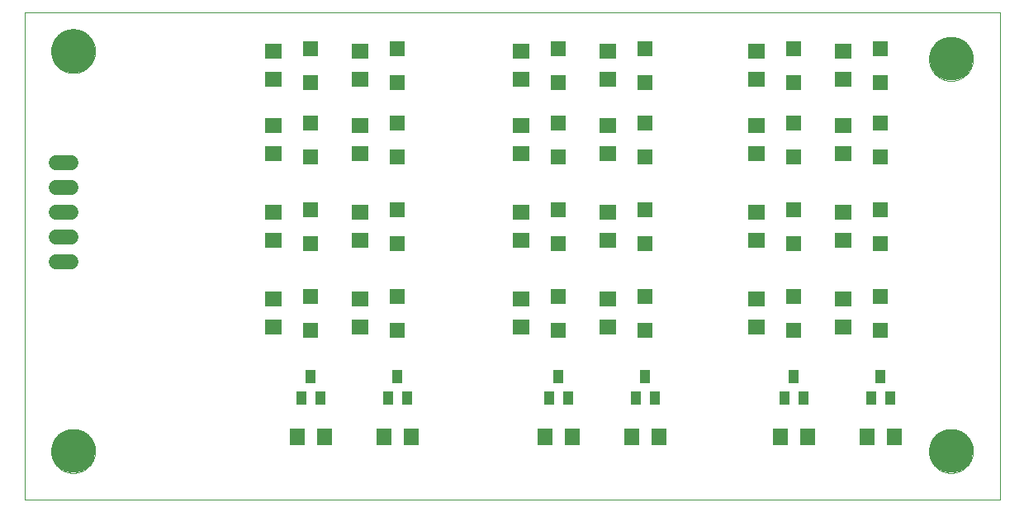
<source format=gts>
G75*
%MOIN*%
%OFA0B0*%
%FSLAX25Y25*%
%IPPOS*%
%LPD*%
%AMOC8*
5,1,8,0,0,1.08239X$1,22.5*
%
%ADD10C,0.00000*%
%ADD11C,0.17717*%
%ADD12C,0.06000*%
%ADD13R,0.05906X0.05906*%
%ADD14R,0.07098X0.06299*%
%ADD15R,0.06299X0.07098*%
%ADD16R,0.03937X0.05512*%
D10*
X0001000Y0001000D02*
X0001000Y0197850D01*
X0394701Y0197850D01*
X0394701Y0001000D01*
X0001000Y0001000D01*
X0011827Y0020685D02*
X0011830Y0020902D01*
X0011838Y0021120D01*
X0011851Y0021337D01*
X0011870Y0021553D01*
X0011894Y0021769D01*
X0011923Y0021985D01*
X0011957Y0022199D01*
X0011997Y0022413D01*
X0012042Y0022626D01*
X0012092Y0022837D01*
X0012148Y0023048D01*
X0012208Y0023256D01*
X0012274Y0023464D01*
X0012345Y0023669D01*
X0012421Y0023873D01*
X0012501Y0024075D01*
X0012587Y0024275D01*
X0012677Y0024472D01*
X0012773Y0024668D01*
X0012873Y0024861D01*
X0012978Y0025051D01*
X0013087Y0025239D01*
X0013201Y0025424D01*
X0013320Y0025606D01*
X0013443Y0025786D01*
X0013570Y0025962D01*
X0013702Y0026135D01*
X0013838Y0026304D01*
X0013978Y0026471D01*
X0014122Y0026634D01*
X0014270Y0026793D01*
X0014421Y0026949D01*
X0014577Y0027100D01*
X0014736Y0027248D01*
X0014899Y0027392D01*
X0015066Y0027532D01*
X0015235Y0027668D01*
X0015408Y0027800D01*
X0015584Y0027927D01*
X0015764Y0028050D01*
X0015946Y0028169D01*
X0016131Y0028283D01*
X0016319Y0028392D01*
X0016509Y0028497D01*
X0016702Y0028597D01*
X0016898Y0028693D01*
X0017095Y0028783D01*
X0017295Y0028869D01*
X0017497Y0028949D01*
X0017701Y0029025D01*
X0017906Y0029096D01*
X0018114Y0029162D01*
X0018322Y0029222D01*
X0018533Y0029278D01*
X0018744Y0029328D01*
X0018957Y0029373D01*
X0019171Y0029413D01*
X0019385Y0029447D01*
X0019601Y0029476D01*
X0019817Y0029500D01*
X0020033Y0029519D01*
X0020250Y0029532D01*
X0020468Y0029540D01*
X0020685Y0029543D01*
X0020902Y0029540D01*
X0021120Y0029532D01*
X0021337Y0029519D01*
X0021553Y0029500D01*
X0021769Y0029476D01*
X0021985Y0029447D01*
X0022199Y0029413D01*
X0022413Y0029373D01*
X0022626Y0029328D01*
X0022837Y0029278D01*
X0023048Y0029222D01*
X0023256Y0029162D01*
X0023464Y0029096D01*
X0023669Y0029025D01*
X0023873Y0028949D01*
X0024075Y0028869D01*
X0024275Y0028783D01*
X0024472Y0028693D01*
X0024668Y0028597D01*
X0024861Y0028497D01*
X0025051Y0028392D01*
X0025239Y0028283D01*
X0025424Y0028169D01*
X0025606Y0028050D01*
X0025786Y0027927D01*
X0025962Y0027800D01*
X0026135Y0027668D01*
X0026304Y0027532D01*
X0026471Y0027392D01*
X0026634Y0027248D01*
X0026793Y0027100D01*
X0026949Y0026949D01*
X0027100Y0026793D01*
X0027248Y0026634D01*
X0027392Y0026471D01*
X0027532Y0026304D01*
X0027668Y0026135D01*
X0027800Y0025962D01*
X0027927Y0025786D01*
X0028050Y0025606D01*
X0028169Y0025424D01*
X0028283Y0025239D01*
X0028392Y0025051D01*
X0028497Y0024861D01*
X0028597Y0024668D01*
X0028693Y0024472D01*
X0028783Y0024275D01*
X0028869Y0024075D01*
X0028949Y0023873D01*
X0029025Y0023669D01*
X0029096Y0023464D01*
X0029162Y0023256D01*
X0029222Y0023048D01*
X0029278Y0022837D01*
X0029328Y0022626D01*
X0029373Y0022413D01*
X0029413Y0022199D01*
X0029447Y0021985D01*
X0029476Y0021769D01*
X0029500Y0021553D01*
X0029519Y0021337D01*
X0029532Y0021120D01*
X0029540Y0020902D01*
X0029543Y0020685D01*
X0029540Y0020468D01*
X0029532Y0020250D01*
X0029519Y0020033D01*
X0029500Y0019817D01*
X0029476Y0019601D01*
X0029447Y0019385D01*
X0029413Y0019171D01*
X0029373Y0018957D01*
X0029328Y0018744D01*
X0029278Y0018533D01*
X0029222Y0018322D01*
X0029162Y0018114D01*
X0029096Y0017906D01*
X0029025Y0017701D01*
X0028949Y0017497D01*
X0028869Y0017295D01*
X0028783Y0017095D01*
X0028693Y0016898D01*
X0028597Y0016702D01*
X0028497Y0016509D01*
X0028392Y0016319D01*
X0028283Y0016131D01*
X0028169Y0015946D01*
X0028050Y0015764D01*
X0027927Y0015584D01*
X0027800Y0015408D01*
X0027668Y0015235D01*
X0027532Y0015066D01*
X0027392Y0014899D01*
X0027248Y0014736D01*
X0027100Y0014577D01*
X0026949Y0014421D01*
X0026793Y0014270D01*
X0026634Y0014122D01*
X0026471Y0013978D01*
X0026304Y0013838D01*
X0026135Y0013702D01*
X0025962Y0013570D01*
X0025786Y0013443D01*
X0025606Y0013320D01*
X0025424Y0013201D01*
X0025239Y0013087D01*
X0025051Y0012978D01*
X0024861Y0012873D01*
X0024668Y0012773D01*
X0024472Y0012677D01*
X0024275Y0012587D01*
X0024075Y0012501D01*
X0023873Y0012421D01*
X0023669Y0012345D01*
X0023464Y0012274D01*
X0023256Y0012208D01*
X0023048Y0012148D01*
X0022837Y0012092D01*
X0022626Y0012042D01*
X0022413Y0011997D01*
X0022199Y0011957D01*
X0021985Y0011923D01*
X0021769Y0011894D01*
X0021553Y0011870D01*
X0021337Y0011851D01*
X0021120Y0011838D01*
X0020902Y0011830D01*
X0020685Y0011827D01*
X0020468Y0011830D01*
X0020250Y0011838D01*
X0020033Y0011851D01*
X0019817Y0011870D01*
X0019601Y0011894D01*
X0019385Y0011923D01*
X0019171Y0011957D01*
X0018957Y0011997D01*
X0018744Y0012042D01*
X0018533Y0012092D01*
X0018322Y0012148D01*
X0018114Y0012208D01*
X0017906Y0012274D01*
X0017701Y0012345D01*
X0017497Y0012421D01*
X0017295Y0012501D01*
X0017095Y0012587D01*
X0016898Y0012677D01*
X0016702Y0012773D01*
X0016509Y0012873D01*
X0016319Y0012978D01*
X0016131Y0013087D01*
X0015946Y0013201D01*
X0015764Y0013320D01*
X0015584Y0013443D01*
X0015408Y0013570D01*
X0015235Y0013702D01*
X0015066Y0013838D01*
X0014899Y0013978D01*
X0014736Y0014122D01*
X0014577Y0014270D01*
X0014421Y0014421D01*
X0014270Y0014577D01*
X0014122Y0014736D01*
X0013978Y0014899D01*
X0013838Y0015066D01*
X0013702Y0015235D01*
X0013570Y0015408D01*
X0013443Y0015584D01*
X0013320Y0015764D01*
X0013201Y0015946D01*
X0013087Y0016131D01*
X0012978Y0016319D01*
X0012873Y0016509D01*
X0012773Y0016702D01*
X0012677Y0016898D01*
X0012587Y0017095D01*
X0012501Y0017295D01*
X0012421Y0017497D01*
X0012345Y0017701D01*
X0012274Y0017906D01*
X0012208Y0018114D01*
X0012148Y0018322D01*
X0012092Y0018533D01*
X0012042Y0018744D01*
X0011997Y0018957D01*
X0011957Y0019171D01*
X0011923Y0019385D01*
X0011894Y0019601D01*
X0011870Y0019817D01*
X0011851Y0020033D01*
X0011838Y0020250D01*
X0011830Y0020468D01*
X0011827Y0020685D01*
X0011827Y0182102D02*
X0011830Y0182319D01*
X0011838Y0182537D01*
X0011851Y0182754D01*
X0011870Y0182970D01*
X0011894Y0183186D01*
X0011923Y0183402D01*
X0011957Y0183616D01*
X0011997Y0183830D01*
X0012042Y0184043D01*
X0012092Y0184254D01*
X0012148Y0184465D01*
X0012208Y0184673D01*
X0012274Y0184881D01*
X0012345Y0185086D01*
X0012421Y0185290D01*
X0012501Y0185492D01*
X0012587Y0185692D01*
X0012677Y0185889D01*
X0012773Y0186085D01*
X0012873Y0186278D01*
X0012978Y0186468D01*
X0013087Y0186656D01*
X0013201Y0186841D01*
X0013320Y0187023D01*
X0013443Y0187203D01*
X0013570Y0187379D01*
X0013702Y0187552D01*
X0013838Y0187721D01*
X0013978Y0187888D01*
X0014122Y0188051D01*
X0014270Y0188210D01*
X0014421Y0188366D01*
X0014577Y0188517D01*
X0014736Y0188665D01*
X0014899Y0188809D01*
X0015066Y0188949D01*
X0015235Y0189085D01*
X0015408Y0189217D01*
X0015584Y0189344D01*
X0015764Y0189467D01*
X0015946Y0189586D01*
X0016131Y0189700D01*
X0016319Y0189809D01*
X0016509Y0189914D01*
X0016702Y0190014D01*
X0016898Y0190110D01*
X0017095Y0190200D01*
X0017295Y0190286D01*
X0017497Y0190366D01*
X0017701Y0190442D01*
X0017906Y0190513D01*
X0018114Y0190579D01*
X0018322Y0190639D01*
X0018533Y0190695D01*
X0018744Y0190745D01*
X0018957Y0190790D01*
X0019171Y0190830D01*
X0019385Y0190864D01*
X0019601Y0190893D01*
X0019817Y0190917D01*
X0020033Y0190936D01*
X0020250Y0190949D01*
X0020468Y0190957D01*
X0020685Y0190960D01*
X0020902Y0190957D01*
X0021120Y0190949D01*
X0021337Y0190936D01*
X0021553Y0190917D01*
X0021769Y0190893D01*
X0021985Y0190864D01*
X0022199Y0190830D01*
X0022413Y0190790D01*
X0022626Y0190745D01*
X0022837Y0190695D01*
X0023048Y0190639D01*
X0023256Y0190579D01*
X0023464Y0190513D01*
X0023669Y0190442D01*
X0023873Y0190366D01*
X0024075Y0190286D01*
X0024275Y0190200D01*
X0024472Y0190110D01*
X0024668Y0190014D01*
X0024861Y0189914D01*
X0025051Y0189809D01*
X0025239Y0189700D01*
X0025424Y0189586D01*
X0025606Y0189467D01*
X0025786Y0189344D01*
X0025962Y0189217D01*
X0026135Y0189085D01*
X0026304Y0188949D01*
X0026471Y0188809D01*
X0026634Y0188665D01*
X0026793Y0188517D01*
X0026949Y0188366D01*
X0027100Y0188210D01*
X0027248Y0188051D01*
X0027392Y0187888D01*
X0027532Y0187721D01*
X0027668Y0187552D01*
X0027800Y0187379D01*
X0027927Y0187203D01*
X0028050Y0187023D01*
X0028169Y0186841D01*
X0028283Y0186656D01*
X0028392Y0186468D01*
X0028497Y0186278D01*
X0028597Y0186085D01*
X0028693Y0185889D01*
X0028783Y0185692D01*
X0028869Y0185492D01*
X0028949Y0185290D01*
X0029025Y0185086D01*
X0029096Y0184881D01*
X0029162Y0184673D01*
X0029222Y0184465D01*
X0029278Y0184254D01*
X0029328Y0184043D01*
X0029373Y0183830D01*
X0029413Y0183616D01*
X0029447Y0183402D01*
X0029476Y0183186D01*
X0029500Y0182970D01*
X0029519Y0182754D01*
X0029532Y0182537D01*
X0029540Y0182319D01*
X0029543Y0182102D01*
X0029540Y0181885D01*
X0029532Y0181667D01*
X0029519Y0181450D01*
X0029500Y0181234D01*
X0029476Y0181018D01*
X0029447Y0180802D01*
X0029413Y0180588D01*
X0029373Y0180374D01*
X0029328Y0180161D01*
X0029278Y0179950D01*
X0029222Y0179739D01*
X0029162Y0179531D01*
X0029096Y0179323D01*
X0029025Y0179118D01*
X0028949Y0178914D01*
X0028869Y0178712D01*
X0028783Y0178512D01*
X0028693Y0178315D01*
X0028597Y0178119D01*
X0028497Y0177926D01*
X0028392Y0177736D01*
X0028283Y0177548D01*
X0028169Y0177363D01*
X0028050Y0177181D01*
X0027927Y0177001D01*
X0027800Y0176825D01*
X0027668Y0176652D01*
X0027532Y0176483D01*
X0027392Y0176316D01*
X0027248Y0176153D01*
X0027100Y0175994D01*
X0026949Y0175838D01*
X0026793Y0175687D01*
X0026634Y0175539D01*
X0026471Y0175395D01*
X0026304Y0175255D01*
X0026135Y0175119D01*
X0025962Y0174987D01*
X0025786Y0174860D01*
X0025606Y0174737D01*
X0025424Y0174618D01*
X0025239Y0174504D01*
X0025051Y0174395D01*
X0024861Y0174290D01*
X0024668Y0174190D01*
X0024472Y0174094D01*
X0024275Y0174004D01*
X0024075Y0173918D01*
X0023873Y0173838D01*
X0023669Y0173762D01*
X0023464Y0173691D01*
X0023256Y0173625D01*
X0023048Y0173565D01*
X0022837Y0173509D01*
X0022626Y0173459D01*
X0022413Y0173414D01*
X0022199Y0173374D01*
X0021985Y0173340D01*
X0021769Y0173311D01*
X0021553Y0173287D01*
X0021337Y0173268D01*
X0021120Y0173255D01*
X0020902Y0173247D01*
X0020685Y0173244D01*
X0020468Y0173247D01*
X0020250Y0173255D01*
X0020033Y0173268D01*
X0019817Y0173287D01*
X0019601Y0173311D01*
X0019385Y0173340D01*
X0019171Y0173374D01*
X0018957Y0173414D01*
X0018744Y0173459D01*
X0018533Y0173509D01*
X0018322Y0173565D01*
X0018114Y0173625D01*
X0017906Y0173691D01*
X0017701Y0173762D01*
X0017497Y0173838D01*
X0017295Y0173918D01*
X0017095Y0174004D01*
X0016898Y0174094D01*
X0016702Y0174190D01*
X0016509Y0174290D01*
X0016319Y0174395D01*
X0016131Y0174504D01*
X0015946Y0174618D01*
X0015764Y0174737D01*
X0015584Y0174860D01*
X0015408Y0174987D01*
X0015235Y0175119D01*
X0015066Y0175255D01*
X0014899Y0175395D01*
X0014736Y0175539D01*
X0014577Y0175687D01*
X0014421Y0175838D01*
X0014270Y0175994D01*
X0014122Y0176153D01*
X0013978Y0176316D01*
X0013838Y0176483D01*
X0013702Y0176652D01*
X0013570Y0176825D01*
X0013443Y0177001D01*
X0013320Y0177181D01*
X0013201Y0177363D01*
X0013087Y0177548D01*
X0012978Y0177736D01*
X0012873Y0177926D01*
X0012773Y0178119D01*
X0012677Y0178315D01*
X0012587Y0178512D01*
X0012501Y0178712D01*
X0012421Y0178914D01*
X0012345Y0179118D01*
X0012274Y0179323D01*
X0012208Y0179531D01*
X0012148Y0179739D01*
X0012092Y0179950D01*
X0012042Y0180161D01*
X0011997Y0180374D01*
X0011957Y0180588D01*
X0011923Y0180802D01*
X0011894Y0181018D01*
X0011870Y0181234D01*
X0011851Y0181450D01*
X0011838Y0181667D01*
X0011830Y0181885D01*
X0011827Y0182102D01*
X0366158Y0178953D02*
X0366161Y0179170D01*
X0366169Y0179388D01*
X0366182Y0179605D01*
X0366201Y0179821D01*
X0366225Y0180037D01*
X0366254Y0180253D01*
X0366288Y0180467D01*
X0366328Y0180681D01*
X0366373Y0180894D01*
X0366423Y0181105D01*
X0366479Y0181316D01*
X0366539Y0181524D01*
X0366605Y0181732D01*
X0366676Y0181937D01*
X0366752Y0182141D01*
X0366832Y0182343D01*
X0366918Y0182543D01*
X0367008Y0182740D01*
X0367104Y0182936D01*
X0367204Y0183129D01*
X0367309Y0183319D01*
X0367418Y0183507D01*
X0367532Y0183692D01*
X0367651Y0183874D01*
X0367774Y0184054D01*
X0367901Y0184230D01*
X0368033Y0184403D01*
X0368169Y0184572D01*
X0368309Y0184739D01*
X0368453Y0184902D01*
X0368601Y0185061D01*
X0368752Y0185217D01*
X0368908Y0185368D01*
X0369067Y0185516D01*
X0369230Y0185660D01*
X0369397Y0185800D01*
X0369566Y0185936D01*
X0369739Y0186068D01*
X0369915Y0186195D01*
X0370095Y0186318D01*
X0370277Y0186437D01*
X0370462Y0186551D01*
X0370650Y0186660D01*
X0370840Y0186765D01*
X0371033Y0186865D01*
X0371229Y0186961D01*
X0371426Y0187051D01*
X0371626Y0187137D01*
X0371828Y0187217D01*
X0372032Y0187293D01*
X0372237Y0187364D01*
X0372445Y0187430D01*
X0372653Y0187490D01*
X0372864Y0187546D01*
X0373075Y0187596D01*
X0373288Y0187641D01*
X0373502Y0187681D01*
X0373716Y0187715D01*
X0373932Y0187744D01*
X0374148Y0187768D01*
X0374364Y0187787D01*
X0374581Y0187800D01*
X0374799Y0187808D01*
X0375016Y0187811D01*
X0375233Y0187808D01*
X0375451Y0187800D01*
X0375668Y0187787D01*
X0375884Y0187768D01*
X0376100Y0187744D01*
X0376316Y0187715D01*
X0376530Y0187681D01*
X0376744Y0187641D01*
X0376957Y0187596D01*
X0377168Y0187546D01*
X0377379Y0187490D01*
X0377587Y0187430D01*
X0377795Y0187364D01*
X0378000Y0187293D01*
X0378204Y0187217D01*
X0378406Y0187137D01*
X0378606Y0187051D01*
X0378803Y0186961D01*
X0378999Y0186865D01*
X0379192Y0186765D01*
X0379382Y0186660D01*
X0379570Y0186551D01*
X0379755Y0186437D01*
X0379937Y0186318D01*
X0380117Y0186195D01*
X0380293Y0186068D01*
X0380466Y0185936D01*
X0380635Y0185800D01*
X0380802Y0185660D01*
X0380965Y0185516D01*
X0381124Y0185368D01*
X0381280Y0185217D01*
X0381431Y0185061D01*
X0381579Y0184902D01*
X0381723Y0184739D01*
X0381863Y0184572D01*
X0381999Y0184403D01*
X0382131Y0184230D01*
X0382258Y0184054D01*
X0382381Y0183874D01*
X0382500Y0183692D01*
X0382614Y0183507D01*
X0382723Y0183319D01*
X0382828Y0183129D01*
X0382928Y0182936D01*
X0383024Y0182740D01*
X0383114Y0182543D01*
X0383200Y0182343D01*
X0383280Y0182141D01*
X0383356Y0181937D01*
X0383427Y0181732D01*
X0383493Y0181524D01*
X0383553Y0181316D01*
X0383609Y0181105D01*
X0383659Y0180894D01*
X0383704Y0180681D01*
X0383744Y0180467D01*
X0383778Y0180253D01*
X0383807Y0180037D01*
X0383831Y0179821D01*
X0383850Y0179605D01*
X0383863Y0179388D01*
X0383871Y0179170D01*
X0383874Y0178953D01*
X0383871Y0178736D01*
X0383863Y0178518D01*
X0383850Y0178301D01*
X0383831Y0178085D01*
X0383807Y0177869D01*
X0383778Y0177653D01*
X0383744Y0177439D01*
X0383704Y0177225D01*
X0383659Y0177012D01*
X0383609Y0176801D01*
X0383553Y0176590D01*
X0383493Y0176382D01*
X0383427Y0176174D01*
X0383356Y0175969D01*
X0383280Y0175765D01*
X0383200Y0175563D01*
X0383114Y0175363D01*
X0383024Y0175166D01*
X0382928Y0174970D01*
X0382828Y0174777D01*
X0382723Y0174587D01*
X0382614Y0174399D01*
X0382500Y0174214D01*
X0382381Y0174032D01*
X0382258Y0173852D01*
X0382131Y0173676D01*
X0381999Y0173503D01*
X0381863Y0173334D01*
X0381723Y0173167D01*
X0381579Y0173004D01*
X0381431Y0172845D01*
X0381280Y0172689D01*
X0381124Y0172538D01*
X0380965Y0172390D01*
X0380802Y0172246D01*
X0380635Y0172106D01*
X0380466Y0171970D01*
X0380293Y0171838D01*
X0380117Y0171711D01*
X0379937Y0171588D01*
X0379755Y0171469D01*
X0379570Y0171355D01*
X0379382Y0171246D01*
X0379192Y0171141D01*
X0378999Y0171041D01*
X0378803Y0170945D01*
X0378606Y0170855D01*
X0378406Y0170769D01*
X0378204Y0170689D01*
X0378000Y0170613D01*
X0377795Y0170542D01*
X0377587Y0170476D01*
X0377379Y0170416D01*
X0377168Y0170360D01*
X0376957Y0170310D01*
X0376744Y0170265D01*
X0376530Y0170225D01*
X0376316Y0170191D01*
X0376100Y0170162D01*
X0375884Y0170138D01*
X0375668Y0170119D01*
X0375451Y0170106D01*
X0375233Y0170098D01*
X0375016Y0170095D01*
X0374799Y0170098D01*
X0374581Y0170106D01*
X0374364Y0170119D01*
X0374148Y0170138D01*
X0373932Y0170162D01*
X0373716Y0170191D01*
X0373502Y0170225D01*
X0373288Y0170265D01*
X0373075Y0170310D01*
X0372864Y0170360D01*
X0372653Y0170416D01*
X0372445Y0170476D01*
X0372237Y0170542D01*
X0372032Y0170613D01*
X0371828Y0170689D01*
X0371626Y0170769D01*
X0371426Y0170855D01*
X0371229Y0170945D01*
X0371033Y0171041D01*
X0370840Y0171141D01*
X0370650Y0171246D01*
X0370462Y0171355D01*
X0370277Y0171469D01*
X0370095Y0171588D01*
X0369915Y0171711D01*
X0369739Y0171838D01*
X0369566Y0171970D01*
X0369397Y0172106D01*
X0369230Y0172246D01*
X0369067Y0172390D01*
X0368908Y0172538D01*
X0368752Y0172689D01*
X0368601Y0172845D01*
X0368453Y0173004D01*
X0368309Y0173167D01*
X0368169Y0173334D01*
X0368033Y0173503D01*
X0367901Y0173676D01*
X0367774Y0173852D01*
X0367651Y0174032D01*
X0367532Y0174214D01*
X0367418Y0174399D01*
X0367309Y0174587D01*
X0367204Y0174777D01*
X0367104Y0174970D01*
X0367008Y0175166D01*
X0366918Y0175363D01*
X0366832Y0175563D01*
X0366752Y0175765D01*
X0366676Y0175969D01*
X0366605Y0176174D01*
X0366539Y0176382D01*
X0366479Y0176590D01*
X0366423Y0176801D01*
X0366373Y0177012D01*
X0366328Y0177225D01*
X0366288Y0177439D01*
X0366254Y0177653D01*
X0366225Y0177869D01*
X0366201Y0178085D01*
X0366182Y0178301D01*
X0366169Y0178518D01*
X0366161Y0178736D01*
X0366158Y0178953D01*
X0366158Y0020685D02*
X0366161Y0020902D01*
X0366169Y0021120D01*
X0366182Y0021337D01*
X0366201Y0021553D01*
X0366225Y0021769D01*
X0366254Y0021985D01*
X0366288Y0022199D01*
X0366328Y0022413D01*
X0366373Y0022626D01*
X0366423Y0022837D01*
X0366479Y0023048D01*
X0366539Y0023256D01*
X0366605Y0023464D01*
X0366676Y0023669D01*
X0366752Y0023873D01*
X0366832Y0024075D01*
X0366918Y0024275D01*
X0367008Y0024472D01*
X0367104Y0024668D01*
X0367204Y0024861D01*
X0367309Y0025051D01*
X0367418Y0025239D01*
X0367532Y0025424D01*
X0367651Y0025606D01*
X0367774Y0025786D01*
X0367901Y0025962D01*
X0368033Y0026135D01*
X0368169Y0026304D01*
X0368309Y0026471D01*
X0368453Y0026634D01*
X0368601Y0026793D01*
X0368752Y0026949D01*
X0368908Y0027100D01*
X0369067Y0027248D01*
X0369230Y0027392D01*
X0369397Y0027532D01*
X0369566Y0027668D01*
X0369739Y0027800D01*
X0369915Y0027927D01*
X0370095Y0028050D01*
X0370277Y0028169D01*
X0370462Y0028283D01*
X0370650Y0028392D01*
X0370840Y0028497D01*
X0371033Y0028597D01*
X0371229Y0028693D01*
X0371426Y0028783D01*
X0371626Y0028869D01*
X0371828Y0028949D01*
X0372032Y0029025D01*
X0372237Y0029096D01*
X0372445Y0029162D01*
X0372653Y0029222D01*
X0372864Y0029278D01*
X0373075Y0029328D01*
X0373288Y0029373D01*
X0373502Y0029413D01*
X0373716Y0029447D01*
X0373932Y0029476D01*
X0374148Y0029500D01*
X0374364Y0029519D01*
X0374581Y0029532D01*
X0374799Y0029540D01*
X0375016Y0029543D01*
X0375233Y0029540D01*
X0375451Y0029532D01*
X0375668Y0029519D01*
X0375884Y0029500D01*
X0376100Y0029476D01*
X0376316Y0029447D01*
X0376530Y0029413D01*
X0376744Y0029373D01*
X0376957Y0029328D01*
X0377168Y0029278D01*
X0377379Y0029222D01*
X0377587Y0029162D01*
X0377795Y0029096D01*
X0378000Y0029025D01*
X0378204Y0028949D01*
X0378406Y0028869D01*
X0378606Y0028783D01*
X0378803Y0028693D01*
X0378999Y0028597D01*
X0379192Y0028497D01*
X0379382Y0028392D01*
X0379570Y0028283D01*
X0379755Y0028169D01*
X0379937Y0028050D01*
X0380117Y0027927D01*
X0380293Y0027800D01*
X0380466Y0027668D01*
X0380635Y0027532D01*
X0380802Y0027392D01*
X0380965Y0027248D01*
X0381124Y0027100D01*
X0381280Y0026949D01*
X0381431Y0026793D01*
X0381579Y0026634D01*
X0381723Y0026471D01*
X0381863Y0026304D01*
X0381999Y0026135D01*
X0382131Y0025962D01*
X0382258Y0025786D01*
X0382381Y0025606D01*
X0382500Y0025424D01*
X0382614Y0025239D01*
X0382723Y0025051D01*
X0382828Y0024861D01*
X0382928Y0024668D01*
X0383024Y0024472D01*
X0383114Y0024275D01*
X0383200Y0024075D01*
X0383280Y0023873D01*
X0383356Y0023669D01*
X0383427Y0023464D01*
X0383493Y0023256D01*
X0383553Y0023048D01*
X0383609Y0022837D01*
X0383659Y0022626D01*
X0383704Y0022413D01*
X0383744Y0022199D01*
X0383778Y0021985D01*
X0383807Y0021769D01*
X0383831Y0021553D01*
X0383850Y0021337D01*
X0383863Y0021120D01*
X0383871Y0020902D01*
X0383874Y0020685D01*
X0383871Y0020468D01*
X0383863Y0020250D01*
X0383850Y0020033D01*
X0383831Y0019817D01*
X0383807Y0019601D01*
X0383778Y0019385D01*
X0383744Y0019171D01*
X0383704Y0018957D01*
X0383659Y0018744D01*
X0383609Y0018533D01*
X0383553Y0018322D01*
X0383493Y0018114D01*
X0383427Y0017906D01*
X0383356Y0017701D01*
X0383280Y0017497D01*
X0383200Y0017295D01*
X0383114Y0017095D01*
X0383024Y0016898D01*
X0382928Y0016702D01*
X0382828Y0016509D01*
X0382723Y0016319D01*
X0382614Y0016131D01*
X0382500Y0015946D01*
X0382381Y0015764D01*
X0382258Y0015584D01*
X0382131Y0015408D01*
X0381999Y0015235D01*
X0381863Y0015066D01*
X0381723Y0014899D01*
X0381579Y0014736D01*
X0381431Y0014577D01*
X0381280Y0014421D01*
X0381124Y0014270D01*
X0380965Y0014122D01*
X0380802Y0013978D01*
X0380635Y0013838D01*
X0380466Y0013702D01*
X0380293Y0013570D01*
X0380117Y0013443D01*
X0379937Y0013320D01*
X0379755Y0013201D01*
X0379570Y0013087D01*
X0379382Y0012978D01*
X0379192Y0012873D01*
X0378999Y0012773D01*
X0378803Y0012677D01*
X0378606Y0012587D01*
X0378406Y0012501D01*
X0378204Y0012421D01*
X0378000Y0012345D01*
X0377795Y0012274D01*
X0377587Y0012208D01*
X0377379Y0012148D01*
X0377168Y0012092D01*
X0376957Y0012042D01*
X0376744Y0011997D01*
X0376530Y0011957D01*
X0376316Y0011923D01*
X0376100Y0011894D01*
X0375884Y0011870D01*
X0375668Y0011851D01*
X0375451Y0011838D01*
X0375233Y0011830D01*
X0375016Y0011827D01*
X0374799Y0011830D01*
X0374581Y0011838D01*
X0374364Y0011851D01*
X0374148Y0011870D01*
X0373932Y0011894D01*
X0373716Y0011923D01*
X0373502Y0011957D01*
X0373288Y0011997D01*
X0373075Y0012042D01*
X0372864Y0012092D01*
X0372653Y0012148D01*
X0372445Y0012208D01*
X0372237Y0012274D01*
X0372032Y0012345D01*
X0371828Y0012421D01*
X0371626Y0012501D01*
X0371426Y0012587D01*
X0371229Y0012677D01*
X0371033Y0012773D01*
X0370840Y0012873D01*
X0370650Y0012978D01*
X0370462Y0013087D01*
X0370277Y0013201D01*
X0370095Y0013320D01*
X0369915Y0013443D01*
X0369739Y0013570D01*
X0369566Y0013702D01*
X0369397Y0013838D01*
X0369230Y0013978D01*
X0369067Y0014122D01*
X0368908Y0014270D01*
X0368752Y0014421D01*
X0368601Y0014577D01*
X0368453Y0014736D01*
X0368309Y0014899D01*
X0368169Y0015066D01*
X0368033Y0015235D01*
X0367901Y0015408D01*
X0367774Y0015584D01*
X0367651Y0015764D01*
X0367532Y0015946D01*
X0367418Y0016131D01*
X0367309Y0016319D01*
X0367204Y0016509D01*
X0367104Y0016702D01*
X0367008Y0016898D01*
X0366918Y0017095D01*
X0366832Y0017295D01*
X0366752Y0017497D01*
X0366676Y0017701D01*
X0366605Y0017906D01*
X0366539Y0018114D01*
X0366479Y0018322D01*
X0366423Y0018533D01*
X0366373Y0018744D01*
X0366328Y0018957D01*
X0366288Y0019171D01*
X0366254Y0019385D01*
X0366225Y0019601D01*
X0366201Y0019817D01*
X0366182Y0020033D01*
X0366169Y0020250D01*
X0366161Y0020468D01*
X0366158Y0020685D01*
D11*
X0375016Y0020685D03*
X0375016Y0178953D03*
X0020685Y0182102D03*
X0020685Y0020685D03*
D12*
X0019906Y0097063D02*
X0013906Y0097063D01*
X0013906Y0107063D02*
X0019906Y0107063D01*
X0019906Y0117063D02*
X0013906Y0117063D01*
X0013906Y0127063D02*
X0019906Y0127063D01*
X0019906Y0137063D02*
X0013906Y0137063D01*
D13*
X0116591Y0139425D03*
X0116591Y0153205D03*
X0116591Y0169425D03*
X0116591Y0183205D03*
X0151591Y0183205D03*
X0151591Y0169425D03*
X0151591Y0153205D03*
X0151591Y0139425D03*
X0151591Y0118205D03*
X0151591Y0104425D03*
X0116591Y0104425D03*
X0116591Y0118205D03*
X0116591Y0083205D03*
X0116591Y0069425D03*
X0151591Y0069425D03*
X0151591Y0083205D03*
X0216591Y0083205D03*
X0216591Y0069425D03*
X0251591Y0069425D03*
X0251591Y0083205D03*
X0251591Y0104425D03*
X0251591Y0118205D03*
X0216591Y0118205D03*
X0216591Y0104425D03*
X0216591Y0139425D03*
X0216591Y0153205D03*
X0216591Y0169425D03*
X0216591Y0183205D03*
X0251591Y0183205D03*
X0251591Y0169425D03*
X0251591Y0153205D03*
X0251591Y0139425D03*
X0311591Y0139425D03*
X0311591Y0153205D03*
X0311591Y0169425D03*
X0311591Y0183205D03*
X0346591Y0183205D03*
X0346591Y0169425D03*
X0346591Y0153205D03*
X0346591Y0139425D03*
X0346591Y0118205D03*
X0346591Y0104425D03*
X0311591Y0104425D03*
X0311591Y0118205D03*
X0311591Y0083205D03*
X0311591Y0069425D03*
X0346591Y0069425D03*
X0346591Y0083205D03*
D14*
X0331591Y0081913D03*
X0331591Y0070717D03*
X0296591Y0070717D03*
X0296591Y0081913D03*
X0296591Y0105717D03*
X0296591Y0116913D03*
X0331591Y0116913D03*
X0331591Y0105717D03*
X0331591Y0140717D03*
X0331591Y0151913D03*
X0331591Y0170717D03*
X0331591Y0181913D03*
X0296591Y0181913D03*
X0296591Y0170717D03*
X0296591Y0151913D03*
X0296591Y0140717D03*
X0236591Y0140717D03*
X0236591Y0151913D03*
X0236591Y0170717D03*
X0236591Y0181913D03*
X0201591Y0181913D03*
X0201591Y0170717D03*
X0201591Y0151913D03*
X0201591Y0140717D03*
X0201591Y0116913D03*
X0201591Y0105717D03*
X0236591Y0105717D03*
X0236591Y0116913D03*
X0236591Y0081913D03*
X0236591Y0070717D03*
X0201591Y0070717D03*
X0201591Y0081913D03*
X0136591Y0081913D03*
X0136591Y0070717D03*
X0101591Y0070717D03*
X0101591Y0081913D03*
X0101591Y0105717D03*
X0101591Y0116913D03*
X0136591Y0116913D03*
X0136591Y0105717D03*
X0136591Y0140717D03*
X0136591Y0151913D03*
X0136591Y0170717D03*
X0136591Y0181913D03*
X0101591Y0181913D03*
X0101591Y0170717D03*
X0101591Y0151913D03*
X0101591Y0140717D03*
D15*
X0110992Y0026315D03*
X0122189Y0026315D03*
X0145992Y0026315D03*
X0157189Y0026315D03*
X0210992Y0026315D03*
X0222189Y0026315D03*
X0245992Y0026315D03*
X0257189Y0026315D03*
X0305992Y0026315D03*
X0317189Y0026315D03*
X0340992Y0026315D03*
X0352189Y0026315D03*
D16*
X0350331Y0041984D03*
X0342850Y0041984D03*
X0346591Y0050646D03*
X0315331Y0041984D03*
X0307850Y0041984D03*
X0311591Y0050646D03*
X0255331Y0041984D03*
X0247850Y0041984D03*
X0251591Y0050646D03*
X0220331Y0041984D03*
X0212850Y0041984D03*
X0216591Y0050646D03*
X0155331Y0041984D03*
X0147850Y0041984D03*
X0151591Y0050646D03*
X0120331Y0041984D03*
X0112850Y0041984D03*
X0116591Y0050646D03*
M02*

</source>
